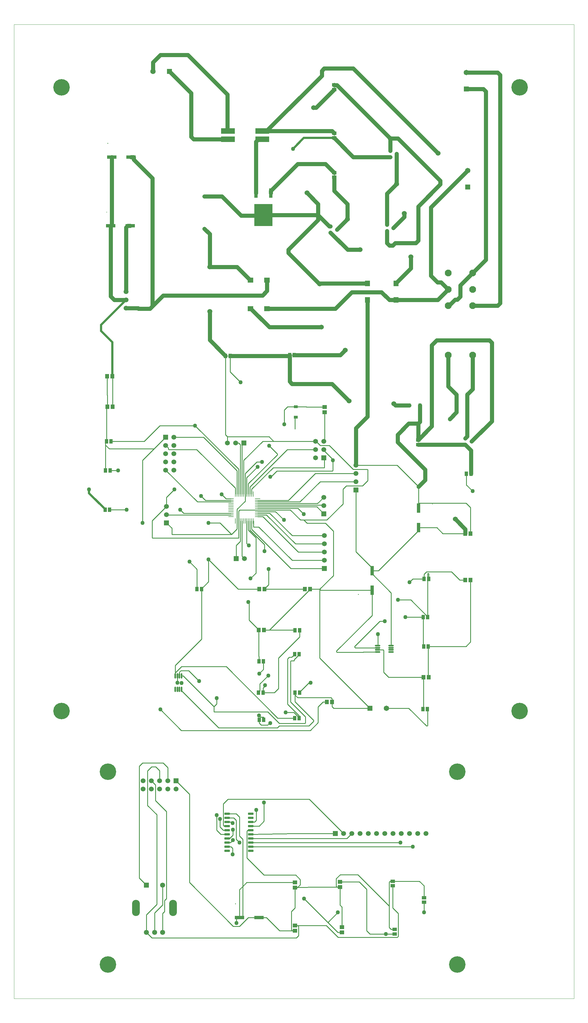
<source format=gtl>
G04*
G04 #@! TF.GenerationSoftware,Altium Limited,Altium Designer,23.4.1 (23)*
G04*
G04 Layer_Physical_Order=1*
G04 Layer_Color=255*
%FSLAX25Y25*%
%MOIN*%
G70*
G04*
G04 #@! TF.SameCoordinates,4704FA20-ACEE-4373-A647-A7C3691A48C7*
G04*
G04*
G04 #@! TF.FilePolarity,Positive*
G04*
G01*
G75*
%ADD10R,0.03543X0.03150*%
%ADD11R,0.05339X0.04349*%
%ADD12R,0.04349X0.05339*%
%ADD13R,0.03583X0.04803*%
%ADD14R,0.11417X0.04331*%
%ADD15R,0.06693X0.05906*%
%ADD16R,0.05906X0.06693*%
%ADD17O,0.06693X0.01772*%
%ADD18O,0.01772X0.06693*%
%ADD19R,0.05136X0.05733*%
%ADD20R,0.04331X0.11417*%
G04:AMPARAMS|DCode=21|XSize=9.94mil|YSize=65.17mil|CornerRadius=4.97mil|HoleSize=0mil|Usage=FLASHONLY|Rotation=0.000|XOffset=0mil|YOffset=0mil|HoleType=Round|Shape=RoundedRectangle|*
%AMROUNDEDRECTD21*
21,1,0.00994,0.05523,0,0,0.0*
21,1,0.00000,0.06517,0,0,0.0*
1,1,0.00994,0.00000,-0.02761*
1,1,0.00994,0.00000,-0.02761*
1,1,0.00994,0.00000,0.02761*
1,1,0.00994,0.00000,0.02761*
%
%ADD21ROUNDEDRECTD21*%
G04:AMPARAMS|DCode=22|XSize=65.17mil|YSize=9.94mil|CornerRadius=4.97mil|HoleSize=0mil|Usage=FLASHONLY|Rotation=0.000|XOffset=0mil|YOffset=0mil|HoleType=Round|Shape=RoundedRectangle|*
%AMROUNDEDRECTD22*
21,1,0.06517,0.00000,0,0,0.0*
21,1,0.05523,0.00994,0,0,0.0*
1,1,0.00994,0.02761,0.00000*
1,1,0.00994,-0.02761,0.00000*
1,1,0.00994,-0.02761,0.00000*
1,1,0.00994,0.02761,0.00000*
%
%ADD22ROUNDEDRECTD22*%
%ADD23R,0.06517X0.00994*%
%ADD24R,0.04803X0.03583*%
%ADD25R,0.05733X0.05136*%
%ADD26R,0.22244X0.27165*%
%ADD27R,0.03937X0.11221*%
%ADD28R,0.16811X0.07008*%
%ADD29C,0.01000*%
%ADD30C,0.02500*%
%ADD31C,0.05000*%
G04:AMPARAMS|DCode=32|XSize=23.62mil|YSize=64.96mil|CornerRadius=2.01mil|HoleSize=0mil|Usage=FLASHONLY|Rotation=90.000|XOffset=0mil|YOffset=0mil|HoleType=Round|Shape=RoundedRectangle|*
%AMROUNDEDRECTD32*
21,1,0.02362,0.06095,0,0,90.0*
21,1,0.01961,0.06496,0,0,90.0*
1,1,0.00402,0.03047,0.00980*
1,1,0.00402,0.03047,-0.00980*
1,1,0.00402,-0.03047,-0.00980*
1,1,0.00402,-0.03047,0.00980*
%
%ADD32ROUNDEDRECTD32*%
%ADD33C,0.00100*%
%ADD34C,0.04724*%
%ADD35C,0.20000*%
%ADD36C,0.08268*%
%ADD37C,0.06496*%
%ADD38R,0.06496X0.06496*%
%ADD39C,0.05980*%
%ADD40R,0.06496X0.06496*%
%ADD41R,0.05906X0.05906*%
%ADD42C,0.05906*%
%ADD43R,0.05906X0.05906*%
%ADD44C,0.05000*%
%ADD45C,0.06000*%
%ADD46R,0.06102X0.06102*%
%ADD47C,0.06102*%
G04:AMPARAMS|DCode=48|XSize=94.49mil|YSize=196.85mil|CornerRadius=47.24mil|HoleSize=0mil|Usage=FLASHONLY|Rotation=0.000|XOffset=0mil|YOffset=0mil|HoleType=Round|Shape=RoundedRectangle|*
%AMROUNDEDRECTD48*
21,1,0.09449,0.10236,0,0,0.0*
21,1,0.00000,0.19685,0,0,0.0*
1,1,0.09449,0.00000,-0.05118*
1,1,0.09449,0.00000,-0.05118*
1,1,0.09449,0.00000,0.05118*
1,1,0.09449,0.00000,0.05118*
%
%ADD48ROUNDEDRECTD48*%
D10*
X547500Y679980D02*
D03*
Y672500D02*
D03*
X555374Y676240D02*
D03*
X391937Y933500D02*
D03*
X384063Y929760D02*
D03*
Y937240D02*
D03*
X464374Y1025260D02*
D03*
X456500Y1021520D02*
D03*
Y1029000D02*
D03*
X460437Y935500D02*
D03*
X452563Y931760D02*
D03*
Y939240D02*
D03*
D11*
X490500Y678018D02*
D03*
Y672500D02*
D03*
X388500Y1109018D02*
D03*
Y1103500D02*
D03*
Y996982D02*
D03*
Y1002500D02*
D03*
Y1050259D02*
D03*
Y1044741D02*
D03*
X497500Y116982D02*
D03*
Y122500D02*
D03*
X462000Y78500D02*
D03*
Y84018D02*
D03*
X459500Y136982D02*
D03*
Y142500D02*
D03*
D12*
X554518Y637000D02*
D03*
X549000D02*
D03*
X262259Y780000D02*
D03*
X256741D02*
D03*
X340000Y781000D02*
D03*
X334482D02*
D03*
X340500Y418000D02*
D03*
X346018D02*
D03*
X346518Y447000D02*
D03*
X341000D02*
D03*
X302759Y409500D02*
D03*
X297241D02*
D03*
X302259Y371500D02*
D03*
X296741D02*
D03*
X297500Y338500D02*
D03*
X303018D02*
D03*
X346500Y371500D02*
D03*
X340982D02*
D03*
X497241Y427500D02*
D03*
X502759D02*
D03*
X503259Y509500D02*
D03*
X497741D02*
D03*
X501759Y351500D02*
D03*
X496241D02*
D03*
X340482Y340500D02*
D03*
X346000D02*
D03*
X496482Y463000D02*
D03*
X502000D02*
D03*
X112241Y676500D02*
D03*
X117759D02*
D03*
X111000Y641000D02*
D03*
X116518D02*
D03*
X116018Y593500D02*
D03*
X110500D02*
D03*
X227518Y497000D02*
D03*
X222000D02*
D03*
D13*
X479626Y720000D02*
D03*
X492500D02*
D03*
X537063Y733000D02*
D03*
X549937D02*
D03*
D14*
X140811Y938000D02*
D03*
X117189D02*
D03*
X142122Y1021500D02*
D03*
X118500D02*
D03*
X273689Y98500D02*
D03*
X297311D02*
D03*
D15*
X307000Y837500D02*
D03*
X287000D02*
D03*
Y872000D02*
D03*
X307000D02*
D03*
D16*
X463500Y868000D02*
D03*
Y848000D02*
D03*
X429000D02*
D03*
Y868000D02*
D03*
D17*
X457768Y420661D02*
D03*
Y423220D02*
D03*
Y425780D02*
D03*
Y428339D02*
D03*
X441232Y420661D02*
D03*
Y423220D02*
D03*
Y425780D02*
D03*
Y428339D02*
D03*
D18*
X203339Y391768D02*
D03*
X200780D02*
D03*
X198220D02*
D03*
X195661D02*
D03*
X203339Y375232D02*
D03*
X200780D02*
D03*
X198220D02*
D03*
X195661D02*
D03*
D19*
X379500Y360000D02*
D03*
X385805D02*
D03*
X296847Y447500D02*
D03*
X303153D02*
D03*
X497000Y390000D02*
D03*
X503305D02*
D03*
X547695Y508000D02*
D03*
X554000D02*
D03*
X547695Y564500D02*
D03*
X554000D02*
D03*
X303805Y497000D02*
D03*
X297500D02*
D03*
X353000D02*
D03*
X359305D02*
D03*
X113000Y755500D02*
D03*
X119305D02*
D03*
X113195Y718500D02*
D03*
X119500D02*
D03*
D20*
X491000Y571689D02*
D03*
Y595311D02*
D03*
X434500Y519311D02*
D03*
Y495689D02*
D03*
D21*
X268673Y612242D02*
D03*
X270642D02*
D03*
X272610D02*
D03*
X274579D02*
D03*
X276547D02*
D03*
X278516D02*
D03*
X280484D02*
D03*
X282453D02*
D03*
X284421D02*
D03*
X286390D02*
D03*
X288358D02*
D03*
X290327D02*
D03*
Y579758D02*
D03*
X288358D02*
D03*
X286390D02*
D03*
X284421D02*
D03*
X282453D02*
D03*
X280484D02*
D03*
X278516D02*
D03*
X276547D02*
D03*
X274579D02*
D03*
X272610D02*
D03*
X270642D02*
D03*
X268673D02*
D03*
D22*
X295742Y606827D02*
D03*
Y604858D02*
D03*
Y602890D02*
D03*
Y600921D02*
D03*
Y598953D02*
D03*
Y596984D02*
D03*
Y595016D02*
D03*
Y593047D02*
D03*
Y591079D02*
D03*
Y589110D02*
D03*
Y587142D02*
D03*
Y585173D02*
D03*
X263258D02*
D03*
Y587142D02*
D03*
Y589110D02*
D03*
Y591079D02*
D03*
Y593047D02*
D03*
Y595016D02*
D03*
Y596984D02*
D03*
Y598953D02*
D03*
Y600921D02*
D03*
Y602890D02*
D03*
Y604858D02*
D03*
D23*
Y606827D02*
D03*
D24*
X342000Y705563D02*
D03*
Y718437D02*
D03*
D25*
X377000Y718000D02*
D03*
Y711695D02*
D03*
X341000Y141153D02*
D03*
Y134847D02*
D03*
X398000Y80347D02*
D03*
Y86653D02*
D03*
X395500Y141805D02*
D03*
Y135500D02*
D03*
X341000Y88653D02*
D03*
Y82347D02*
D03*
D26*
X302500Y951000D02*
D03*
D27*
X293524Y977772D02*
D03*
X311476D02*
D03*
D28*
X301386Y1043000D02*
D03*
Y1053000D02*
D03*
X259614D02*
D03*
Y1043000D02*
D03*
D29*
X219700Y695500D02*
X272610Y642590D01*
Y612242D02*
Y642590D01*
X403200Y622500D02*
X423000D01*
X429321Y628821D02*
Y641914D01*
X423000Y622500D02*
X429321Y628821D01*
X382500Y671500D02*
X411500Y642500D01*
X428735D02*
X429321Y641914D01*
X411500Y642500D02*
X428735D01*
X465000Y647500D02*
X491000Y621500D01*
X415000Y647500D02*
X465000D01*
X371600Y671500D02*
X382500D01*
X376000Y665500D02*
Y666500D01*
X387000Y641086D02*
Y654500D01*
X376000Y665500D02*
X387000Y654500D01*
X366600Y676500D02*
X371600Y671500D01*
X195661Y395500D02*
X203161Y403000D01*
X257500D02*
X320000Y340500D01*
X203161Y403000D02*
X257500D01*
X200780Y391768D02*
Y396280D01*
X202500Y398000D01*
X212000D02*
X224500Y385500D01*
X202500Y398000D02*
X212000D01*
X319000Y640500D02*
X386414D01*
X387000Y641086D01*
X245808Y357731D02*
Y364808D01*
X242539Y354461D02*
X245808Y357731D01*
X242539Y347900D02*
Y354461D01*
X205232Y391768D02*
X242539Y354461D01*
X112241Y676500D02*
Y717546D01*
X113195Y718500D01*
X111000Y675259D02*
X112241Y676500D01*
X111000Y671859D02*
Y675259D01*
Y671859D02*
X115459Y667400D01*
X187786Y666500D02*
X221773D01*
X268673Y619600D01*
X187200Y667086D02*
Y668300D01*
Y667086D02*
X187786Y666500D01*
X184000Y671500D02*
X187200Y668300D01*
X177000Y695500D02*
X219700D01*
X117759Y676500D02*
X158000D01*
X177000Y695500D01*
X256741Y684259D02*
Y780000D01*
Y684259D02*
X259000Y682000D01*
X262259Y760741D02*
Y780000D01*
Y760741D02*
X275000Y748000D01*
X270642Y612242D02*
Y640858D01*
X230000Y681500D02*
X270642Y640858D01*
X194000Y681500D02*
X230000D01*
X268673Y612242D02*
Y619600D01*
X257173Y606827D02*
X263258D01*
X252000Y612000D02*
X257173Y606827D01*
X119305Y755200D02*
X119500D01*
X119305D02*
Y755500D01*
X119500Y718500D02*
Y755200D01*
X491000Y601400D02*
X548500D01*
X554000Y595900D01*
X341000Y704563D02*
X342000Y705563D01*
X341000Y691500D02*
Y704563D01*
X365500Y637500D02*
X415000D01*
X332858Y604858D02*
X365500Y637500D01*
X371500Y627500D02*
X415000D01*
X346890Y602890D02*
X371500Y627500D01*
X399200Y600400D02*
Y618500D01*
X403200Y622500D01*
X304000Y543000D02*
Y551195D01*
X286390Y568805D02*
X304000Y551195D01*
X286390Y568805D02*
Y579758D01*
X284421Y568579D02*
X293500Y559500D01*
Y516500D02*
Y559500D01*
X284421Y568579D02*
Y579758D01*
X288358Y569642D02*
X336000Y522000D01*
X376500D01*
X288358Y569642D02*
Y579758D01*
X549000Y623500D02*
Y637000D01*
Y623500D02*
X556500Y616000D01*
X344484Y595016D02*
X351500Y588000D01*
X295742Y595016D02*
X344484D01*
X112232Y954732D02*
X112268Y954697D01*
X113543Y1038232D02*
X113579Y1038197D01*
X346000Y340500D02*
Y343400D01*
X329500Y347500D02*
X339495D01*
X346000Y340995D01*
X320000Y340500D02*
X340482D01*
X369000Y335000D02*
Y354200D01*
X374800Y360000D01*
X359500Y325500D02*
X369000Y335000D01*
X363771Y336771D02*
Y337599D01*
X358000Y331000D02*
X363771Y336771D01*
X340982Y360387D02*
X363771Y337599D01*
X321982Y331000D02*
X358000D01*
X352914Y334000D02*
X353500Y334586D01*
X322000Y334000D02*
X352914D01*
X353500Y334586D02*
Y342000D01*
X308100Y347900D02*
X322000Y334000D01*
X335500Y409414D02*
X336086Y410000D01*
X335500Y360000D02*
X353500Y342000D01*
X336086Y410000D02*
X339982D01*
X335500Y360000D02*
Y409414D01*
X340982Y360387D02*
Y368500D01*
X203100Y325500D02*
X359500D01*
X346500Y371500D02*
Y371995D01*
X358005Y383500D01*
X360000D01*
X339982Y411469D02*
X346018Y417505D01*
X339982Y410000D02*
Y411469D01*
X346018Y417505D02*
Y418000D01*
X338825Y415830D02*
X340500Y417505D01*
X337000Y414500D02*
X338330Y415830D01*
X334000Y414500D02*
X337000D01*
X340500Y417505D02*
Y418000D01*
X338330Y415830D02*
X338825D01*
X340500Y418000D02*
X341500Y419000D01*
X332000Y357400D02*
X346000Y343400D01*
X332000Y357400D02*
Y412500D01*
X334000Y414500D01*
X321000Y376500D02*
Y413500D01*
X346518Y439018D01*
Y447000D01*
X177500Y351100D02*
X203100Y325500D01*
X307743Y332100D02*
X310143Y334500D01*
X311000D01*
X299900Y332100D02*
X307743D01*
X297500Y334500D02*
X299900Y332100D01*
X319588Y328607D02*
X321982Y331000D01*
X203339Y373700D02*
X248432Y328607D01*
X319588D01*
X242539Y347900D02*
X308100D01*
X304500Y379418D02*
Y380500D01*
X302259Y377177D02*
X304500Y379418D01*
X302259Y371500D02*
Y377177D01*
X298415Y373175D02*
Y381915D01*
X296741Y371500D02*
X298415Y373175D01*
Y381915D02*
X308500Y392000D01*
X202411Y383189D02*
X203311D01*
X302759Y399759D02*
Y409500D01*
X297500Y394500D02*
X302759Y399759D01*
X302259Y371500D02*
X316000D01*
X321000Y376500D01*
X203339Y391768D02*
X205232D01*
X491000Y571700D02*
X513200D01*
X434500Y519300D02*
X442200D01*
X156000Y653500D02*
X169900Y667400D01*
X491000Y601400D02*
Y621500D01*
Y595311D02*
Y601400D01*
X315000Y676500D02*
X366000D01*
X366600D01*
X301800D02*
X315000D01*
X351600Y580900D02*
X355500Y577000D01*
X351600Y580900D02*
X379700D01*
X347500D02*
X351600D01*
X335353Y593047D02*
X347500Y580900D01*
X310104Y447500D02*
X341000D01*
X340982Y368500D02*
Y371500D01*
X502000Y463495D02*
Y516200D01*
X497741Y509500D02*
Y515141D01*
X500500Y517900D01*
X531000D01*
X540900Y508000D01*
X547695D01*
X203339Y373700D02*
Y375232D01*
X374800Y360000D02*
X379500D01*
X297500Y334500D02*
Y338500D01*
X222610Y602890D02*
X263258D01*
X184000Y641500D02*
X222610Y602890D01*
X274579Y612242D02*
Y672500D01*
X272579Y674500D02*
X274579Y672500D01*
X269000Y674500D02*
X272579D01*
X116518Y641000D02*
X126400D01*
X502000Y516200D02*
X503259D01*
Y509500D02*
Y516200D01*
X297400Y343800D02*
X299400Y341800D01*
X303018D01*
Y338500D02*
Y341800D01*
X198220Y383500D02*
Y391768D01*
X377000Y677500D02*
Y711695D01*
X376000Y676500D02*
X377000Y677500D01*
X342000Y718437D02*
X354663D01*
X355100Y718000D01*
X377000D01*
X195661Y391768D02*
Y395500D01*
Y404400D01*
X227518Y436257D01*
Y497000D01*
X296847Y415553D02*
Y447500D01*
Y415553D02*
X297241Y415159D01*
Y409500D02*
Y415159D01*
X502759Y427500D02*
X548500D01*
X554000Y433000D01*
Y508000D01*
X272610Y579758D02*
Y591757D01*
X273900Y593047D01*
X295742D01*
X278516Y653216D02*
X301800Y676500D01*
X359305Y497000D02*
X371000D01*
X387500Y513500D02*
Y567500D01*
X371000Y413500D02*
X432000Y352500D01*
X371000Y413500D02*
Y497000D01*
X378000Y577000D02*
X387500Y567500D01*
X372311Y495689D02*
X434500D01*
X371000Y497000D02*
X372311Y495689D01*
X371000Y497000D02*
X387500Y513500D01*
X355500Y577000D02*
X378000D01*
X295742Y593047D02*
X335353D01*
X379700Y580900D02*
X399200Y600400D01*
X278516Y612242D02*
Y653216D01*
X387805Y352500D02*
X432000D01*
X385805Y354500D02*
X387805Y352500D01*
X385805Y354500D02*
Y360000D01*
X341000Y447000D02*
Y447500D01*
X385805Y360000D02*
Y363995D01*
X384500Y365300D02*
X385805Y363995D01*
X344182Y365300D02*
X384500D01*
X340982Y368500D02*
X344182Y365300D01*
X554000Y564500D02*
Y595900D01*
X115459Y667400D02*
X169900D01*
X184000Y681500D01*
X111000Y641000D02*
Y671859D01*
X113000Y732500D02*
Y755500D01*
Y732500D02*
X113195Y732305D01*
Y718500D02*
Y732305D01*
X280484Y603842D02*
Y612242D01*
X270642Y594000D02*
X280484Y603842D01*
X270642Y579758D02*
Y594000D01*
X434500Y519300D02*
Y519311D01*
Y515768D02*
Y519300D01*
Y515768D02*
X457768Y492500D01*
Y428339D02*
Y492500D01*
X442200Y519300D02*
X491000Y568100D01*
Y571689D01*
X520400Y564500D02*
X547695D01*
X513200Y571700D02*
X520400Y564500D01*
X491000Y571689D02*
Y571700D01*
X415000Y542354D02*
Y617500D01*
Y542354D02*
X434500Y522854D01*
Y519311D02*
Y522854D01*
X227518Y497000D02*
Y497495D01*
X236000Y505977D01*
Y533000D01*
Y577500D02*
X250000D01*
X264000Y563500D01*
X191500D02*
Y571000D01*
X272000Y497000D02*
X297500D01*
X236000Y533000D02*
X272000Y497000D01*
X185000Y577500D02*
X191500Y571000D01*
X270642Y570142D02*
Y579758D01*
X264000Y563500D02*
X270642Y570142D01*
X191500Y563500D02*
X264000D01*
X156000Y577500D02*
Y653500D01*
X280484Y612242D02*
Y630984D01*
X280516D01*
Y637500D01*
X294516Y651500D01*
X301000D01*
X259000Y674500D02*
Y682000D01*
X309500D01*
X315000Y676500D01*
X167500Y580000D02*
X185000Y597500D01*
X167500Y559500D02*
Y580000D01*
Y559500D02*
X168000Y559000D01*
X272500D01*
X272610Y559110D01*
Y579758D01*
X185000Y597500D02*
Y608500D01*
X194500Y618000D01*
X303153Y447500D02*
X310104D01*
X359305Y496702D01*
Y497000D01*
X434500Y465000D02*
Y495689D01*
X391414Y421914D02*
X434500Y465000D01*
X391414Y421086D02*
Y421914D01*
Y421086D02*
X392000Y420500D01*
X423701D01*
X423862Y420661D01*
X441232D01*
X502759Y390546D02*
X503305Y390000D01*
X502759Y390546D02*
Y427500D01*
X454500Y390000D02*
X497000D01*
X448500Y396000D02*
X454500Y390000D01*
X448500Y396000D02*
Y422635D01*
X447914Y423220D02*
X448500Y422635D01*
X441232Y423220D02*
X447914D01*
X497000Y352259D02*
Y390000D01*
X496241Y351500D02*
X497000Y352259D01*
X303805Y497000D02*
X353000D01*
X303805D02*
Y497298D01*
X309000Y502493D01*
Y521500D01*
X317421Y591079D02*
X327500Y581000D01*
X295742Y591079D02*
X317421D01*
X296847Y447500D02*
Y447798D01*
X285308Y459338D02*
X296847Y447798D01*
X285308Y459338D02*
Y480308D01*
X284400Y481216D02*
X285308Y480308D01*
X287000Y510000D02*
X293500Y516500D01*
X284421Y612242D02*
Y624921D01*
X319586Y660086D01*
Y660914D01*
X309500Y671000D02*
X319586Y660914D01*
X328000Y697000D02*
Y714500D01*
X332000Y718500D01*
X341937D01*
X342000Y718437D01*
X282453Y612242D02*
Y632453D01*
X295500Y645500D01*
X311000Y633500D02*
X311500Y633000D01*
X319000Y640500D01*
X441232Y428339D02*
X441500Y428606D01*
Y442500D01*
X466000Y484000D02*
X481495D01*
X502000Y463495D01*
Y463000D02*
Y463495D01*
X414220Y425780D02*
X441232D01*
X413414Y426586D02*
X414220Y425780D01*
X413414Y426586D02*
Y427414D01*
X444000Y458000D01*
X450000D01*
X475000Y463000D02*
X496482D01*
Y428259D02*
Y463000D01*
Y428259D02*
X497241Y427500D01*
X295742Y596984D02*
X367516D01*
X376000Y588500D01*
X295742Y598953D02*
X375547D01*
X376000Y598500D01*
X295742Y600921D02*
X368421D01*
X376000Y608500D01*
X269500Y534000D02*
Y550000D01*
X274579Y555079D01*
Y579758D01*
X276547Y536953D02*
X279500Y534000D01*
X276547Y536953D02*
Y579758D01*
X295742Y602890D02*
X346890D01*
X295742Y604858D02*
X332858D01*
X185000Y587500D02*
X185358Y587142D01*
X263258D01*
X212808Y530308D02*
X222000Y521116D01*
Y497000D02*
Y521116D01*
X290327Y579758D02*
X290500Y579585D01*
Y572500D02*
Y579585D01*
Y572500D02*
X297000D01*
X337500Y532000D01*
X376500D01*
X295742Y585173D02*
X301827D01*
X345000Y542000D01*
X376500D01*
X295742Y587142D02*
X306358D01*
X341500Y552000D01*
X376500D01*
X295742Y589110D02*
X310390D01*
X337500Y562000D01*
X376500D01*
X276547Y612242D02*
Y672047D01*
X279000Y674500D01*
X288358Y612242D02*
Y618358D01*
X314500Y644500D01*
X376500D01*
Y656000D01*
X376000Y656500D02*
X376500Y656000D01*
X286390Y612242D02*
Y621110D01*
X331780Y666500D01*
X366000D01*
X227000Y610000D02*
X232142Y604858D01*
X263258D01*
X452000Y352500D02*
X479000D01*
X500586Y330914D01*
X501414D01*
X502000Y331500D01*
Y351259D01*
X501759Y351500D02*
X502000Y351259D01*
X116018Y593500D02*
X136500D01*
X201500D02*
X205890Y589110D01*
X263258D01*
X282453Y552547D02*
Y579758D01*
Y552547D02*
X285000Y550000D01*
X480000Y505500D02*
X484000Y509500D01*
X497741D01*
X507697Y600232D02*
X507732Y600268D01*
X417768Y490732D02*
X417803Y490768D01*
X344072Y134919D02*
X347300Y138147D01*
X344000Y134847D02*
X344072Y134919D01*
X368953Y135500D02*
X392100D01*
X455300Y112400D02*
Y141500D01*
Y86500D02*
Y112400D01*
X344072Y134919D02*
X368953Y135500D01*
X341000Y134847D02*
X344072Y134919D01*
X337753Y82347D02*
X341000D01*
X322300D02*
X337753D01*
X277500Y136200D02*
X282453Y141153D01*
X273600Y132300D02*
X277500Y136200D01*
Y193500D01*
Y98500D02*
Y136200D01*
X273600Y98500D02*
Y132300D01*
X270100Y91800D02*
Y98500D01*
X273600D01*
X344247Y88653D02*
X378947D01*
X341000D02*
X344247D01*
X432000Y78500D02*
X451200D01*
X352000Y121300D02*
X380850Y92450D01*
X395500Y113600D02*
Y135500D01*
Y113600D02*
X398000Y111100D01*
Y86653D02*
Y111100D01*
X339700Y200500D02*
X390000D01*
X287272Y199500D02*
X339700Y200500D01*
X263700Y214500D02*
X265200Y213000D01*
X258728Y214500D02*
X263700D01*
X249900Y208500D02*
Y218000D01*
Y208500D02*
X253900Y204500D01*
X258728D01*
Y184500D02*
X263200D01*
X265200Y182500D01*
Y175000D02*
Y182500D01*
X250900Y199500D02*
X258728D01*
X245900Y204500D02*
X250900Y199500D01*
X245900Y204500D02*
Y222800D01*
X258728Y194500D02*
X261500D01*
X265500Y198500D01*
Y205000D01*
X262500Y189500D02*
X265500Y192500D01*
X258728Y189500D02*
X262500D01*
X287272Y184500D02*
X484000D01*
X395500Y141805D02*
X418995D01*
X428000Y132800D01*
Y82500D02*
Y132800D01*
Y82500D02*
X432000Y78500D01*
X497500Y104600D02*
Y116982D01*
X380850Y92450D02*
X393000Y104600D01*
X380850Y92450D02*
X392953Y80347D01*
X398000D01*
X186500Y264500D02*
Y280500D01*
X181000Y286000D02*
X186500Y280500D01*
X156000Y286000D02*
X181000D01*
X152000Y282000D02*
X156000Y286000D01*
X152000Y146216D02*
Y282000D01*
Y146216D02*
X160657Y137559D01*
X254900Y209500D02*
X258728D01*
X253900Y210500D02*
X254900Y209500D01*
X253900Y210500D02*
Y236500D01*
X259525Y242125D01*
X358375D01*
X400000Y200500D01*
X287272Y209500D02*
X297500D01*
X303400Y215400D01*
Y238100D01*
X294000Y216500D02*
Y229200D01*
X292000Y214500D02*
X294000Y216500D01*
X287272Y214500D02*
X292000D01*
X459500Y110000D02*
Y136982D01*
Y110000D02*
X466200Y103300D01*
Y75500D02*
Y103300D01*
X465000Y74300D02*
X466200Y75500D01*
X393300Y74300D02*
X465000D01*
X378947Y88653D02*
X393300Y74300D01*
X451200Y78500D02*
X462000D01*
X455300Y141500D02*
X456300Y142500D01*
X459500D01*
X392100Y135500D02*
X395500D01*
X391100Y136500D02*
X392100Y135500D01*
X391100Y136500D02*
Y145600D01*
X396000Y150500D01*
X417200D01*
X455300Y112400D01*
Y86500D02*
X457782Y84018D01*
X462000D01*
X196500Y264500D02*
X212900Y248100D01*
Y140888D02*
Y248100D01*
Y140888D02*
X266064Y87723D01*
X273523D01*
X284300Y98500D01*
X297311D01*
X283500Y204500D02*
X287272D01*
X282500Y203500D02*
X283500Y204500D01*
X282500Y170600D02*
Y203500D01*
Y170600D02*
X303200Y149900D01*
X341900D01*
X347300Y144500D01*
Y138147D02*
Y144500D01*
X341000Y134847D02*
X344000D01*
X273600Y98500D02*
X273689D01*
X282453Y141153D02*
X341000D01*
X344247Y88653D02*
X345400Y87500D01*
Y76500D02*
Y87500D01*
X342700Y73800D02*
X345400Y76500D01*
X167330Y73800D02*
X342700D01*
X160657Y80472D02*
X167330Y73800D01*
X166500Y264500D02*
X171500Y259500D01*
Y240400D02*
Y259500D01*
Y240400D02*
X184900Y227000D01*
Y121300D02*
Y227000D01*
X182500Y118900D02*
X184900Y121300D01*
X182500Y105600D02*
Y118900D01*
X180343Y103443D02*
X182500Y105600D01*
X180343Y80472D02*
Y103443D01*
Y113843D02*
Y137559D01*
X170500Y104000D02*
X180343Y113843D01*
X170500Y80472D02*
Y104000D01*
X160657Y80472D02*
Y101857D01*
X173200Y114400D01*
Y223300D01*
X162000Y234500D02*
X173200Y223300D01*
X162000Y234500D02*
Y276500D01*
X166800Y281300D01*
X172000D01*
X176500Y276800D01*
Y264500D02*
Y276800D01*
X258728Y219500D02*
X266500D01*
X269500Y216500D01*
Y193500D02*
Y216500D01*
Y193500D02*
X273500Y189500D01*
X258728Y224500D02*
X269600D01*
X273600Y220500D01*
Y197400D02*
Y220500D01*
Y197400D02*
X277500Y193500D01*
X273689Y98500D02*
X277500D01*
X287272Y189500D02*
X469000D01*
X287272Y194500D02*
X404000D01*
X410000Y200500D01*
X459500Y142500D02*
X492000D01*
X497500Y137000D01*
Y122500D02*
Y137000D01*
X297311Y98500D02*
X306147D01*
X322300Y82347D01*
X336600Y83500D02*
X337753Y82347D01*
X336600Y83500D02*
Y105600D01*
X341000Y110000D01*
Y134847D01*
X268732Y115232D02*
X268768Y115197D01*
D30*
X105500Y810500D02*
Y817657D01*
X136000Y848157D01*
X105500Y810500D02*
X119305Y796695D01*
Y755500D02*
Y796695D01*
X351741Y1044741D02*
X388500D01*
X338500Y1031500D02*
X351741Y1044741D01*
X91000Y613495D02*
Y618000D01*
X110500Y593500D02*
Y593995D01*
X91000Y613495D02*
X110500Y593995D01*
D31*
X121460Y848157D02*
X136000D01*
X117189Y852429D02*
X121460Y848157D01*
X117189Y852429D02*
Y938000D01*
X118165D02*
X118500Y938335D01*
X117189Y938000D02*
X118165D01*
X118500Y938335D02*
Y1021500D01*
X237500Y888000D02*
Y928000D01*
X231000Y934500D02*
X237500Y928000D01*
X302000Y950500D02*
X302500Y951000D01*
X275500Y950500D02*
X302000D01*
X252130Y973870D02*
X275500Y950500D01*
X231000Y973870D02*
X252130D01*
X415000Y692500D02*
X429000Y706500D01*
Y848000D01*
X535500Y582000D02*
X547695Y569805D01*
Y564500D02*
Y569805D01*
X537063Y711563D02*
Y733000D01*
X529000Y703500D02*
X537063Y711563D01*
X490500Y678174D02*
Y698087D01*
X580000Y700866D02*
Y796071D01*
X513000Y799000D02*
X577071D01*
X555374Y676240D02*
X580000Y700866D01*
X577071Y799000D02*
X580000Y796071D01*
X507000Y793000D02*
X513000Y799000D01*
X507000Y694674D02*
Y793000D01*
X490500Y678174D02*
X507000Y694674D01*
X490500Y678018D02*
Y678174D01*
X370000Y868000D02*
X429000D01*
X333071Y909071D02*
X369000Y945000D01*
X333071Y904929D02*
Y909071D01*
Y904929D02*
X370000Y868000D01*
X463000Y720000D02*
X479626D01*
X461000Y722000D02*
X463000Y720000D01*
X334482Y748929D02*
X337411Y746000D01*
X334482Y748929D02*
Y781000D01*
X337411Y746000D02*
X386000D01*
X406500Y725500D01*
X396000Y781000D02*
X402000Y787000D01*
X340000Y781000D02*
X396000D01*
X262259Y780000D02*
X333326D01*
X334326Y781000D01*
X334482D01*
X404823Y909000D02*
X419500D01*
X384063Y929760D02*
X404823Y909000D01*
X473500Y948563D02*
Y953000D01*
X460437Y935500D02*
X473500Y948563D01*
X306287Y1053000D02*
X385915D01*
X411500Y1129000D02*
X514500Y1026000D01*
X373500Y1126071D02*
X376429Y1129000D01*
X411500D01*
X373500Y1120213D02*
Y1126071D01*
X301386Y1053000D02*
X306287D01*
X373500Y1120213D01*
X237500Y799241D02*
Y834000D01*
X256585Y780000D02*
X256741D01*
X256416Y780170D02*
X256585Y780000D01*
X256416Y780170D02*
Y780326D01*
X237500Y799241D02*
X256416Y780326D01*
X237500Y888000D02*
X270606D01*
X286606Y872000D01*
X287000D01*
X369000Y945000D02*
Y951000D01*
Y964500D01*
X355500Y978000D02*
X369000Y964500D01*
X366656Y1081500D02*
X388500Y1103344D01*
X363500Y1081500D02*
X366656D01*
X388500Y1103344D02*
Y1103500D01*
X391829Y1108692D02*
X456500Y1044021D01*
X388500Y1108862D02*
Y1109018D01*
Y1108862D02*
X388670Y1108692D01*
X391829D01*
X388670Y1044415D02*
X388825D01*
X388500Y1044585D02*
Y1044741D01*
Y1044585D02*
X388670Y1044415D01*
X388825D02*
X411721Y1021520D01*
X456500D01*
X388500Y1050259D02*
Y1050415D01*
X385915Y1053000D02*
X388500Y1050415D01*
X296484Y1043000D02*
X301386D01*
X293524Y977772D02*
Y1040039D01*
X296484Y1043000D01*
X388330Y1002826D02*
X388500Y1002656D01*
X388175Y1002826D02*
X388330D01*
X344126Y1013000D02*
X378000D01*
X388500Y1002500D02*
Y1002656D01*
X378000Y1013000D02*
X388175Y1002826D01*
X311476Y980350D02*
X344126Y1013000D01*
X311476Y977772D02*
Y980350D01*
X369000Y951000D02*
X382760Y937240D01*
X384063D01*
X302500Y951000D02*
X369000D01*
X391937Y933500D02*
X404500Y946063D01*
Y964500D01*
X388500Y980500D02*
X404500Y964500D01*
X388500Y980500D02*
Y996982D01*
X452563Y939240D02*
Y977063D01*
X464374Y988874D01*
Y1025260D01*
X465979Y1044021D02*
X517429Y992571D01*
Y988429D02*
Y992571D01*
X490500Y919929D02*
Y961500D01*
X517429Y988429D01*
X462500Y917000D02*
X487571D01*
X490500Y919929D01*
X459634Y914134D02*
X462500Y917000D01*
X452563Y917063D02*
Y931760D01*
Y917063D02*
X455492Y914134D01*
X459634D01*
X506000Y960500D02*
X550500Y1005000D01*
X506000Y877429D02*
Y960500D01*
Y877429D02*
X513981Y869448D01*
X456500Y1044021D02*
X465979D01*
X456500Y1029000D02*
Y1044021D01*
X463500Y868394D02*
X481500Y886394D01*
X463500Y868000D02*
Y868394D01*
X481500Y886394D02*
Y900500D01*
X287394Y837500D02*
X309894Y815000D01*
X373000D01*
X287000Y837500D02*
X287394D01*
X446000Y857500D02*
X455500Y848000D01*
X463500D01*
X410000Y857500D02*
X446000D01*
X390000Y837500D02*
X410000Y857500D01*
X307000Y837500D02*
X390000D01*
X168000Y840429D02*
X181071Y853500D01*
X301500D02*
X307000Y859000D01*
X181071Y853500D02*
X301500D01*
X165071Y837500D02*
X168000Y840429D01*
X307000Y859000D02*
Y872000D01*
X150458Y837921D02*
X150879Y837500D01*
X168000Y840429D02*
Y995622D01*
X136000Y837921D02*
X150458D01*
X150879Y837500D02*
X165071D01*
X144996Y1021500D02*
X145331Y1021165D01*
Y1018291D02*
Y1021165D01*
X142122Y1021500D02*
X144996D01*
X145331Y1018291D02*
X168000Y995622D01*
X136000Y936063D02*
X137937Y938000D01*
X140811D01*
X136000Y858000D02*
Y936063D01*
X259000Y1053614D02*
X259614Y1053000D01*
X259000Y1053614D02*
Y1097500D01*
X211000Y1145500D02*
X259000Y1097500D01*
X177500Y1145500D02*
X211000D01*
X168500Y1125500D02*
Y1136500D01*
X177500Y1145500D01*
X215000Y1045929D02*
Y1099000D01*
X217929Y1043000D02*
X259614D01*
X215000Y1045929D02*
X217929Y1043000D01*
X188500Y1125500D02*
X215000Y1099000D01*
X518366Y869448D02*
X526972Y860842D01*
X513981Y869448D02*
X518366D01*
X514130Y848000D02*
X526972Y860842D01*
X463500Y848000D02*
X514130D01*
X415000Y647500D02*
Y692500D01*
X465500Y684500D02*
X479087Y698087D01*
X490500D01*
X465500Y675500D02*
Y684500D01*
Y675500D02*
X499000Y642000D01*
Y629500D02*
Y642000D01*
X491000Y621500D02*
X499000Y629500D01*
X490500Y672500D02*
X547500D01*
X492500Y700087D02*
Y720000D01*
X490500Y698087D02*
X492500Y700087D01*
X547500Y672500D02*
X554518Y665482D01*
Y637000D02*
Y665482D01*
X549937Y682417D02*
Y733000D01*
X547500Y679980D02*
X549937Y682417D01*
X526972Y743091D02*
X537063Y733000D01*
X526972Y743091D02*
Y780921D01*
X556500Y739563D02*
Y780921D01*
X549937Y733000D02*
X556500Y739563D01*
X527857Y841000D02*
X535321Y848464D01*
X537964D01*
X541500Y852000D01*
X526972Y841000D02*
X527857D01*
X541500Y852000D02*
Y865685D01*
X556500Y880685D01*
X569571Y1104000D02*
X572500Y1101071D01*
X549000Y1104000D02*
X569571D01*
X556500Y880685D02*
X572500Y896685D01*
Y1101071D01*
X556500Y841000D02*
X587071D01*
X590000Y843929D01*
Y1121071D01*
X587071Y1124000D02*
X590000Y1121071D01*
X549000Y1124000D02*
X587071D01*
D32*
X258728Y224500D02*
D03*
Y219500D02*
D03*
Y214500D02*
D03*
Y209500D02*
D03*
Y204500D02*
D03*
Y199500D02*
D03*
Y194500D02*
D03*
Y189500D02*
D03*
Y184500D02*
D03*
Y179500D02*
D03*
X287272Y224500D02*
D03*
Y219500D02*
D03*
Y214500D02*
D03*
Y209500D02*
D03*
Y204500D02*
D03*
Y199500D02*
D03*
Y194500D02*
D03*
Y189500D02*
D03*
Y184500D02*
D03*
Y179500D02*
D03*
D33*
X0Y0D02*
X679500D01*
Y1182500D01*
X0D02*
X679500D01*
X0Y0D02*
Y1182500D01*
D34*
X231000Y973870D02*
D03*
Y934500D02*
D03*
D35*
X57500Y349000D02*
D03*
Y1106000D02*
D03*
X613500Y349000D02*
D03*
Y1106000D02*
D03*
X114000Y41500D02*
D03*
Y275500D02*
D03*
X538000D02*
D03*
Y41500D02*
D03*
D36*
X556500Y780921D02*
D03*
Y841000D02*
D03*
Y860842D02*
D03*
Y880685D02*
D03*
X526972D02*
D03*
Y860842D02*
D03*
Y841000D02*
D03*
Y780921D02*
D03*
D37*
X549000Y1124000D02*
D03*
X550500Y1005000D02*
D03*
X452000Y352500D02*
D03*
X168500Y1125500D02*
D03*
D38*
X549000Y1104000D02*
D03*
X550500Y985000D02*
D03*
D39*
X136000Y837921D02*
D03*
Y848157D02*
D03*
Y858000D02*
D03*
D40*
X432000Y352500D02*
D03*
X188500Y1125500D02*
D03*
D41*
X184000Y681500D02*
D03*
X376000Y656500D02*
D03*
X376500Y522000D02*
D03*
X185000Y577500D02*
D03*
X415000Y617500D02*
D03*
X376000Y588500D02*
D03*
D42*
X194000Y681500D02*
D03*
X184000Y671500D02*
D03*
X194000D02*
D03*
X184000Y661500D02*
D03*
X194000D02*
D03*
X184000Y651500D02*
D03*
X194000D02*
D03*
X184000Y641500D02*
D03*
X194000D02*
D03*
X366000Y676500D02*
D03*
X376000D02*
D03*
X366000Y666500D02*
D03*
X376000D02*
D03*
X366000Y656500D02*
D03*
X259000Y674500D02*
D03*
X269000D02*
D03*
X376500Y532000D02*
D03*
Y542000D02*
D03*
Y552000D02*
D03*
Y562000D02*
D03*
X185000Y597500D02*
D03*
Y587500D02*
D03*
X415000Y627500D02*
D03*
Y637500D02*
D03*
Y647500D02*
D03*
X279500Y534000D02*
D03*
X376000Y608500D02*
D03*
Y598500D02*
D03*
X500000Y200500D02*
D03*
X490000D02*
D03*
X480000D02*
D03*
X470000D02*
D03*
X460000D02*
D03*
X450000D02*
D03*
X440000D02*
D03*
X430000D02*
D03*
X420000D02*
D03*
X410000D02*
D03*
X400000D02*
D03*
X156500Y254500D02*
D03*
Y264500D02*
D03*
X166500Y254500D02*
D03*
Y264500D02*
D03*
X176500Y254500D02*
D03*
Y264500D02*
D03*
X186500Y254500D02*
D03*
Y264500D02*
D03*
X196500Y254500D02*
D03*
D43*
X279000Y674500D02*
D03*
X269500Y534000D02*
D03*
X390000Y200500D02*
D03*
X196500Y264500D02*
D03*
D44*
X284400Y481216D02*
D03*
X311000Y633500D02*
D03*
X219700Y695500D02*
D03*
X224500Y385500D02*
D03*
X387000Y653500D02*
D03*
X245808Y364808D02*
D03*
X177500Y351100D02*
D03*
X252000Y612000D02*
D03*
X529000Y703500D02*
D03*
X338500Y1031500D02*
D03*
X91000Y618000D02*
D03*
X275000Y748000D02*
D03*
X304000Y543000D02*
D03*
X556500Y616000D02*
D03*
X351500Y588000D02*
D03*
X329500Y347500D02*
D03*
X360000Y383500D02*
D03*
X311000Y334500D02*
D03*
X304500Y380500D02*
D03*
X308500Y392000D02*
D03*
X297500Y394500D02*
D03*
X203311Y383189D02*
D03*
X126400Y641000D02*
D03*
X297400Y343800D02*
D03*
X198220Y383500D02*
D03*
X236000Y533000D02*
D03*
Y577500D02*
D03*
X156000D02*
D03*
X301000Y651500D02*
D03*
X194500Y618000D02*
D03*
X309000Y521500D02*
D03*
X327500Y581000D02*
D03*
X287000Y510000D02*
D03*
X309500Y671000D02*
D03*
X328000Y697000D02*
D03*
X295500Y645500D02*
D03*
X441500Y442500D02*
D03*
X466000Y484000D02*
D03*
X450000Y458000D02*
D03*
X475000Y463000D02*
D03*
X212808Y530308D02*
D03*
X227000Y610000D02*
D03*
X136500Y593500D02*
D03*
X201500D02*
D03*
X285000Y550000D02*
D03*
X480000Y505500D02*
D03*
X270100Y91800D02*
D03*
X265200Y213000D02*
D03*
X249900Y218000D02*
D03*
X265200Y175000D02*
D03*
X245900Y222800D02*
D03*
X265500Y205000D02*
D03*
Y192500D02*
D03*
X484000Y184500D02*
D03*
X497500Y104600D02*
D03*
X393000D02*
D03*
X352000Y121300D02*
D03*
X303400Y238100D02*
D03*
X294000Y229200D02*
D03*
X451200Y78500D02*
D03*
X273500Y189500D02*
D03*
X469000D02*
D03*
D45*
X535500Y582000D02*
D03*
X461000Y722000D02*
D03*
X406500Y725500D02*
D03*
X402000Y787000D02*
D03*
X371000Y867500D02*
D03*
X420000Y909000D02*
D03*
X456500Y1044021D02*
D03*
X473500Y953000D02*
D03*
X404500Y946063D02*
D03*
X514500Y1026000D02*
D03*
X464374Y988874D02*
D03*
X237500Y834000D02*
D03*
Y888000D02*
D03*
X355500Y978000D02*
D03*
X363500Y1081500D02*
D03*
X481500Y900500D02*
D03*
X373000Y815000D02*
D03*
D46*
X160657Y137559D02*
D03*
D47*
X180343D02*
D03*
X160657Y80472D02*
D03*
X170500D02*
D03*
X180343D02*
D03*
D48*
X148059Y110000D02*
D03*
X192941D02*
D03*
M02*

</source>
